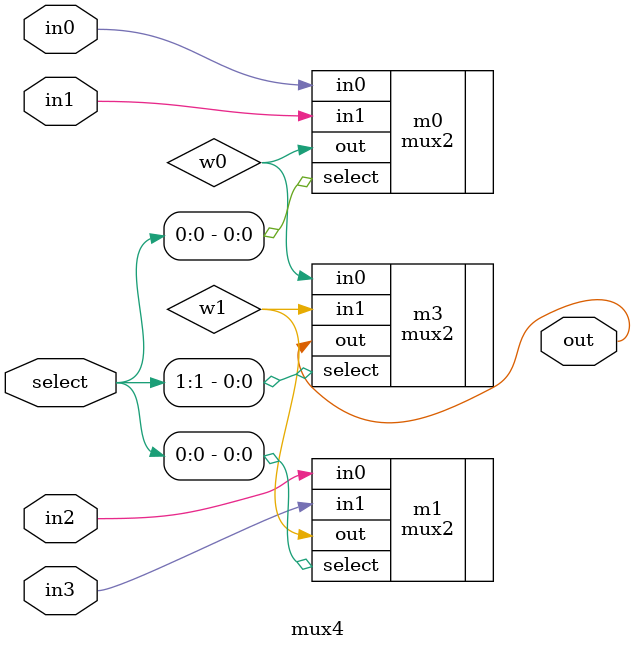
<source format=v>
`include "mux2.v"
module mux4 (in0, in1, in2, in3, select, out);
  input in0,in1,in2,in3;
  input [1:0] select;
  output out;
  wire w0,w1;
  mux2
        m0 (.select(select[0]), .in0(in0), .in1(in1), .out(w0)),
	m1 (.select(select[0]), .in0(in2), .in1(in3), .out(w1)),
	m3 (.select(select[1]), .in0(w0), .in1(w1), .out(out));
endmodule // mux4




</source>
